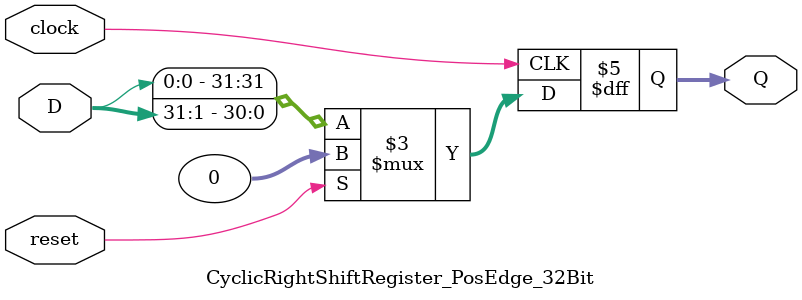
<source format=v>
module CyclicRightShiftRegister_PosEdge_32Bit (clock, reset, D, Q);
    input clock;
    input reset;
    input [31:0] D;
    output reg [31:0] Q;

    always @(posedge clock)
    begin
        if (reset)
            Q <= 32'b00000000000000000000000000000000;
        else
            Q <= {D[0], D[31:1]};        
    end
endmodule

</source>
